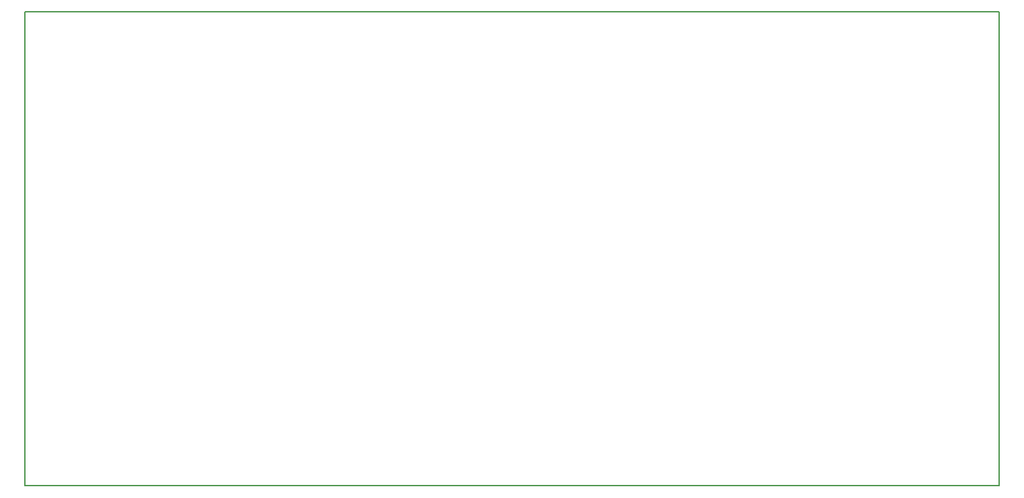
<source format=gbr>
G04 #@! TF.FileFunction,Profile,NP*
%FSLAX46Y46*%
G04 Gerber Fmt 4.6, Leading zero omitted, Abs format (unit mm)*
G04 Created by KiCad (PCBNEW 4.0.6) date 04/30/18 08:06:27*
%MOMM*%
%LPD*%
G01*
G04 APERTURE LIST*
%ADD10C,0.100000*%
%ADD11C,0.150000*%
G04 APERTURE END LIST*
D10*
D11*
X56000000Y-34734500D02*
X56000000Y-96075500D01*
X181991000Y-96075500D02*
X56000000Y-96075500D01*
X181991000Y-34734500D02*
X56000000Y-34734500D01*
X181991000Y-96075500D02*
X181991000Y-34734500D01*
M02*

</source>
